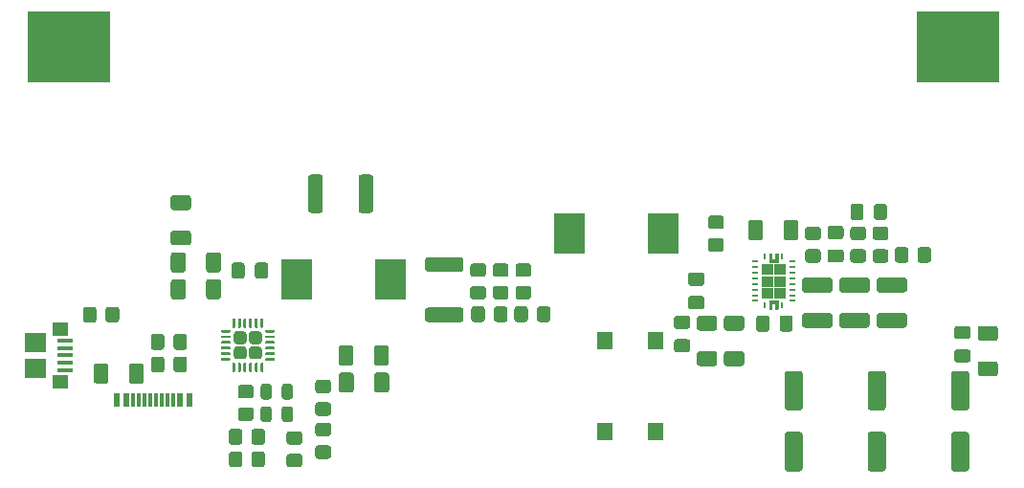
<source format=gbr>
%TF.GenerationSoftware,KiCad,Pcbnew,5.1.10-88a1d61d58~90~ubuntu20.04.1*%
%TF.CreationDate,2021-08-05T17:18:09+03:00*%
%TF.ProjectId,PiUPS,50695550-532e-46b6-9963-61645f706362,rev?*%
%TF.SameCoordinates,Original*%
%TF.FileFunction,Paste,Top*%
%TF.FilePolarity,Positive*%
%FSLAX46Y46*%
G04 Gerber Fmt 4.6, Leading zero omitted, Abs format (unit mm)*
G04 Created by KiCad (PCBNEW 5.1.10-88a1d61d58~90~ubuntu20.04.1) date 2021-08-05 17:18:09*
%MOMM*%
%LPD*%
G01*
G04 APERTURE LIST*
%ADD10C,0.010000*%
%ADD11R,0.600000X0.240000*%
%ADD12R,0.240000X0.600000*%
%ADD13R,1.400000X1.600000*%
%ADD14R,2.700000X3.600000*%
%ADD15R,1.450000X1.150000*%
%ADD16R,1.900000X1.750000*%
%ADD17R,1.400000X0.400000*%
%ADD18R,0.600000X1.160000*%
%ADD19R,0.300000X1.160000*%
%ADD20R,7.340000X6.350000*%
G04 APERTURE END LIST*
D10*
%TO.C,U3*%
G36*
X133275000Y-106450000D02*
G01*
X134195000Y-106450000D01*
X134195000Y-105600000D01*
X133275000Y-105600000D01*
X133275000Y-106450000D01*
G37*
X133275000Y-106450000D02*
X134195000Y-106450000D01*
X134195000Y-105600000D01*
X133275000Y-105600000D01*
X133275000Y-106450000D01*
G36*
X132155000Y-106450000D02*
G01*
X133075000Y-106450000D01*
X133075000Y-105600000D01*
X132155000Y-105600000D01*
X132155000Y-106450000D01*
G37*
X132155000Y-106450000D02*
X133075000Y-106450000D01*
X133075000Y-105600000D01*
X132155000Y-105600000D01*
X132155000Y-106450000D01*
G36*
X133275000Y-107500000D02*
G01*
X134195000Y-107500000D01*
X134195000Y-106650000D01*
X133275000Y-106650000D01*
X133275000Y-107500000D01*
G37*
X133275000Y-107500000D02*
X134195000Y-107500000D01*
X134195000Y-106650000D01*
X133275000Y-106650000D01*
X133275000Y-107500000D01*
G36*
X132155000Y-107500000D02*
G01*
X133075000Y-107500000D01*
X133075000Y-106650000D01*
X132155000Y-106650000D01*
X132155000Y-107500000D01*
G37*
X132155000Y-107500000D02*
X133075000Y-107500000D01*
X133075000Y-106650000D01*
X132155000Y-106650000D01*
X132155000Y-107500000D01*
G36*
X133275000Y-105400000D02*
G01*
X134195000Y-105400000D01*
X134195000Y-104550000D01*
X133275000Y-104550000D01*
X133275000Y-105400000D01*
G37*
X133275000Y-105400000D02*
X134195000Y-105400000D01*
X134195000Y-104550000D01*
X133275000Y-104550000D01*
X133275000Y-105400000D01*
G36*
X132155000Y-105400000D02*
G01*
X133075000Y-105400000D01*
X133075000Y-104550000D01*
X132155000Y-104550000D01*
X132155000Y-105400000D01*
G37*
X132155000Y-105400000D02*
X133075000Y-105400000D01*
X133075000Y-104550000D01*
X132155000Y-104550000D01*
X132155000Y-105400000D01*
G36*
X132800000Y-104350000D02*
G01*
X132800000Y-103625000D01*
X132800069Y-103622383D01*
X132800274Y-103619774D01*
X132800616Y-103617178D01*
X132801093Y-103614604D01*
X132801704Y-103612059D01*
X132802447Y-103609549D01*
X132803321Y-103607082D01*
X132804323Y-103604663D01*
X132805450Y-103602300D01*
X132806699Y-103600000D01*
X132808066Y-103597768D01*
X132809549Y-103595611D01*
X132811143Y-103593534D01*
X132812843Y-103591543D01*
X132814645Y-103589645D01*
X132816543Y-103587843D01*
X132818534Y-103586143D01*
X132820611Y-103584549D01*
X132822768Y-103583066D01*
X132825000Y-103581699D01*
X132827300Y-103580450D01*
X132829663Y-103579323D01*
X132832082Y-103578321D01*
X132834549Y-103577447D01*
X132837059Y-103576704D01*
X132839604Y-103576093D01*
X132842178Y-103575616D01*
X132844774Y-103575274D01*
X132847383Y-103575069D01*
X132850000Y-103575000D01*
X132950000Y-103575000D01*
X132952617Y-103575069D01*
X132955226Y-103575274D01*
X132957822Y-103575616D01*
X132960396Y-103576093D01*
X132962941Y-103576704D01*
X132965451Y-103577447D01*
X132967918Y-103578321D01*
X132970337Y-103579323D01*
X132972700Y-103580450D01*
X132975000Y-103581699D01*
X132977232Y-103583066D01*
X132979389Y-103584549D01*
X132981466Y-103586143D01*
X132983457Y-103587843D01*
X132985355Y-103589645D01*
X132987157Y-103591543D01*
X132988857Y-103593534D01*
X132990451Y-103595611D01*
X132991934Y-103597768D01*
X132993301Y-103600000D01*
X132994550Y-103602300D01*
X132995677Y-103604663D01*
X132996679Y-103607082D01*
X132997553Y-103609549D01*
X132998296Y-103612059D01*
X132998907Y-103614604D01*
X132999384Y-103617178D01*
X132999726Y-103619774D01*
X132999931Y-103622383D01*
X133000000Y-103625000D01*
X133000000Y-104100000D01*
X133350000Y-104100000D01*
X133350000Y-103625000D01*
X133350069Y-103622383D01*
X133350274Y-103619774D01*
X133350616Y-103617178D01*
X133351093Y-103614604D01*
X133351704Y-103612059D01*
X133352447Y-103609549D01*
X133353321Y-103607082D01*
X133354323Y-103604663D01*
X133355450Y-103602300D01*
X133356699Y-103600000D01*
X133358066Y-103597768D01*
X133359549Y-103595611D01*
X133361143Y-103593534D01*
X133362843Y-103591543D01*
X133364645Y-103589645D01*
X133366543Y-103587843D01*
X133368534Y-103586143D01*
X133370611Y-103584549D01*
X133372768Y-103583066D01*
X133375000Y-103581699D01*
X133377300Y-103580450D01*
X133379663Y-103579323D01*
X133382082Y-103578321D01*
X133384549Y-103577447D01*
X133387059Y-103576704D01*
X133389604Y-103576093D01*
X133392178Y-103575616D01*
X133394774Y-103575274D01*
X133397383Y-103575069D01*
X133400000Y-103575000D01*
X133500000Y-103575000D01*
X133502617Y-103575069D01*
X133505226Y-103575274D01*
X133507822Y-103575616D01*
X133510396Y-103576093D01*
X133512941Y-103576704D01*
X133515451Y-103577447D01*
X133517918Y-103578321D01*
X133520337Y-103579323D01*
X133522700Y-103580450D01*
X133525000Y-103581699D01*
X133527232Y-103583066D01*
X133529389Y-103584549D01*
X133531466Y-103586143D01*
X133533457Y-103587843D01*
X133535355Y-103589645D01*
X133537157Y-103591543D01*
X133538857Y-103593534D01*
X133540451Y-103595611D01*
X133541934Y-103597768D01*
X133543301Y-103600000D01*
X133544550Y-103602300D01*
X133545677Y-103604663D01*
X133546679Y-103607082D01*
X133547553Y-103609549D01*
X133548296Y-103612059D01*
X133548907Y-103614604D01*
X133549384Y-103617178D01*
X133549726Y-103619774D01*
X133549931Y-103622383D01*
X133550000Y-103625000D01*
X133550000Y-104350000D01*
X132800000Y-104350000D01*
G37*
X132800000Y-104350000D02*
X132800000Y-103625000D01*
X132800069Y-103622383D01*
X132800274Y-103619774D01*
X132800616Y-103617178D01*
X132801093Y-103614604D01*
X132801704Y-103612059D01*
X132802447Y-103609549D01*
X132803321Y-103607082D01*
X132804323Y-103604663D01*
X132805450Y-103602300D01*
X132806699Y-103600000D01*
X132808066Y-103597768D01*
X132809549Y-103595611D01*
X132811143Y-103593534D01*
X132812843Y-103591543D01*
X132814645Y-103589645D01*
X132816543Y-103587843D01*
X132818534Y-103586143D01*
X132820611Y-103584549D01*
X132822768Y-103583066D01*
X132825000Y-103581699D01*
X132827300Y-103580450D01*
X132829663Y-103579323D01*
X132832082Y-103578321D01*
X132834549Y-103577447D01*
X132837059Y-103576704D01*
X132839604Y-103576093D01*
X132842178Y-103575616D01*
X132844774Y-103575274D01*
X132847383Y-103575069D01*
X132850000Y-103575000D01*
X132950000Y-103575000D01*
X132952617Y-103575069D01*
X132955226Y-103575274D01*
X132957822Y-103575616D01*
X132960396Y-103576093D01*
X132962941Y-103576704D01*
X132965451Y-103577447D01*
X132967918Y-103578321D01*
X132970337Y-103579323D01*
X132972700Y-103580450D01*
X132975000Y-103581699D01*
X132977232Y-103583066D01*
X132979389Y-103584549D01*
X132981466Y-103586143D01*
X132983457Y-103587843D01*
X132985355Y-103589645D01*
X132987157Y-103591543D01*
X132988857Y-103593534D01*
X132990451Y-103595611D01*
X132991934Y-103597768D01*
X132993301Y-103600000D01*
X132994550Y-103602300D01*
X132995677Y-103604663D01*
X132996679Y-103607082D01*
X132997553Y-103609549D01*
X132998296Y-103612059D01*
X132998907Y-103614604D01*
X132999384Y-103617178D01*
X132999726Y-103619774D01*
X132999931Y-103622383D01*
X133000000Y-103625000D01*
X133000000Y-104100000D01*
X133350000Y-104100000D01*
X133350000Y-103625000D01*
X133350069Y-103622383D01*
X133350274Y-103619774D01*
X133350616Y-103617178D01*
X133351093Y-103614604D01*
X133351704Y-103612059D01*
X133352447Y-103609549D01*
X133353321Y-103607082D01*
X133354323Y-103604663D01*
X133355450Y-103602300D01*
X133356699Y-103600000D01*
X133358066Y-103597768D01*
X133359549Y-103595611D01*
X133361143Y-103593534D01*
X133362843Y-103591543D01*
X133364645Y-103589645D01*
X133366543Y-103587843D01*
X133368534Y-103586143D01*
X133370611Y-103584549D01*
X133372768Y-103583066D01*
X133375000Y-103581699D01*
X133377300Y-103580450D01*
X133379663Y-103579323D01*
X133382082Y-103578321D01*
X133384549Y-103577447D01*
X133387059Y-103576704D01*
X133389604Y-103576093D01*
X133392178Y-103575616D01*
X133394774Y-103575274D01*
X133397383Y-103575069D01*
X133400000Y-103575000D01*
X133500000Y-103575000D01*
X133502617Y-103575069D01*
X133505226Y-103575274D01*
X133507822Y-103575616D01*
X133510396Y-103576093D01*
X133512941Y-103576704D01*
X133515451Y-103577447D01*
X133517918Y-103578321D01*
X133520337Y-103579323D01*
X133522700Y-103580450D01*
X133525000Y-103581699D01*
X133527232Y-103583066D01*
X133529389Y-103584549D01*
X133531466Y-103586143D01*
X133533457Y-103587843D01*
X133535355Y-103589645D01*
X133537157Y-103591543D01*
X133538857Y-103593534D01*
X133540451Y-103595611D01*
X133541934Y-103597768D01*
X133543301Y-103600000D01*
X133544550Y-103602300D01*
X133545677Y-103604663D01*
X133546679Y-103607082D01*
X133547553Y-103609549D01*
X133548296Y-103612059D01*
X133548907Y-103614604D01*
X133549384Y-103617178D01*
X133549726Y-103619774D01*
X133549931Y-103622383D01*
X133550000Y-103625000D01*
X133550000Y-104350000D01*
X132800000Y-104350000D01*
G36*
X133550000Y-107700000D02*
G01*
X133550000Y-108425000D01*
X133549931Y-108427617D01*
X133549726Y-108430226D01*
X133549384Y-108432822D01*
X133548907Y-108435396D01*
X133548296Y-108437941D01*
X133547553Y-108440451D01*
X133546679Y-108442918D01*
X133545677Y-108445337D01*
X133544550Y-108447700D01*
X133543301Y-108450000D01*
X133541934Y-108452232D01*
X133540451Y-108454389D01*
X133538857Y-108456466D01*
X133537157Y-108458457D01*
X133535355Y-108460355D01*
X133533457Y-108462157D01*
X133531466Y-108463857D01*
X133529389Y-108465451D01*
X133527232Y-108466934D01*
X133525000Y-108468301D01*
X133522700Y-108469550D01*
X133520337Y-108470677D01*
X133517918Y-108471679D01*
X133515451Y-108472553D01*
X133512941Y-108473296D01*
X133510396Y-108473907D01*
X133507822Y-108474384D01*
X133505226Y-108474726D01*
X133502617Y-108474931D01*
X133500000Y-108475000D01*
X133400000Y-108475000D01*
X133397383Y-108474931D01*
X133394774Y-108474726D01*
X133392178Y-108474384D01*
X133389604Y-108473907D01*
X133387059Y-108473296D01*
X133384549Y-108472553D01*
X133382082Y-108471679D01*
X133379663Y-108470677D01*
X133377300Y-108469550D01*
X133375000Y-108468301D01*
X133372768Y-108466934D01*
X133370611Y-108465451D01*
X133368534Y-108463857D01*
X133366543Y-108462157D01*
X133364645Y-108460355D01*
X133362843Y-108458457D01*
X133361143Y-108456466D01*
X133359549Y-108454389D01*
X133358066Y-108452232D01*
X133356699Y-108450000D01*
X133355450Y-108447700D01*
X133354323Y-108445337D01*
X133353321Y-108442918D01*
X133352447Y-108440451D01*
X133351704Y-108437941D01*
X133351093Y-108435396D01*
X133350616Y-108432822D01*
X133350274Y-108430226D01*
X133350069Y-108427617D01*
X133350000Y-108425000D01*
X133350000Y-107950000D01*
X133000000Y-107950000D01*
X133000000Y-108425000D01*
X132999931Y-108427617D01*
X132999726Y-108430226D01*
X132999384Y-108432822D01*
X132998907Y-108435396D01*
X132998296Y-108437941D01*
X132997553Y-108440451D01*
X132996679Y-108442918D01*
X132995677Y-108445337D01*
X132994550Y-108447700D01*
X132993301Y-108450000D01*
X132991934Y-108452232D01*
X132990451Y-108454389D01*
X132988857Y-108456466D01*
X132987157Y-108458457D01*
X132985355Y-108460355D01*
X132983457Y-108462157D01*
X132981466Y-108463857D01*
X132979389Y-108465451D01*
X132977232Y-108466934D01*
X132975000Y-108468301D01*
X132972700Y-108469550D01*
X132970337Y-108470677D01*
X132967918Y-108471679D01*
X132965451Y-108472553D01*
X132962941Y-108473296D01*
X132960396Y-108473907D01*
X132957822Y-108474384D01*
X132955226Y-108474726D01*
X132952617Y-108474931D01*
X132950000Y-108475000D01*
X132850000Y-108475000D01*
X132847383Y-108474931D01*
X132844774Y-108474726D01*
X132842178Y-108474384D01*
X132839604Y-108473907D01*
X132837059Y-108473296D01*
X132834549Y-108472553D01*
X132832082Y-108471679D01*
X132829663Y-108470677D01*
X132827300Y-108469550D01*
X132825000Y-108468301D01*
X132822768Y-108466934D01*
X132820611Y-108465451D01*
X132818534Y-108463857D01*
X132816543Y-108462157D01*
X132814645Y-108460355D01*
X132812843Y-108458457D01*
X132811143Y-108456466D01*
X132809549Y-108454389D01*
X132808066Y-108452232D01*
X132806699Y-108450000D01*
X132805450Y-108447700D01*
X132804323Y-108445337D01*
X132803321Y-108442918D01*
X132802447Y-108440451D01*
X132801704Y-108437941D01*
X132801093Y-108435396D01*
X132800616Y-108432822D01*
X132800274Y-108430226D01*
X132800069Y-108427617D01*
X132800000Y-108425000D01*
X132800000Y-107700000D01*
X133550000Y-107700000D01*
G37*
X133550000Y-107700000D02*
X133550000Y-108425000D01*
X133549931Y-108427617D01*
X133549726Y-108430226D01*
X133549384Y-108432822D01*
X133548907Y-108435396D01*
X133548296Y-108437941D01*
X133547553Y-108440451D01*
X133546679Y-108442918D01*
X133545677Y-108445337D01*
X133544550Y-108447700D01*
X133543301Y-108450000D01*
X133541934Y-108452232D01*
X133540451Y-108454389D01*
X133538857Y-108456466D01*
X133537157Y-108458457D01*
X133535355Y-108460355D01*
X133533457Y-108462157D01*
X133531466Y-108463857D01*
X133529389Y-108465451D01*
X133527232Y-108466934D01*
X133525000Y-108468301D01*
X133522700Y-108469550D01*
X133520337Y-108470677D01*
X133517918Y-108471679D01*
X133515451Y-108472553D01*
X133512941Y-108473296D01*
X133510396Y-108473907D01*
X133507822Y-108474384D01*
X133505226Y-108474726D01*
X133502617Y-108474931D01*
X133500000Y-108475000D01*
X133400000Y-108475000D01*
X133397383Y-108474931D01*
X133394774Y-108474726D01*
X133392178Y-108474384D01*
X133389604Y-108473907D01*
X133387059Y-108473296D01*
X133384549Y-108472553D01*
X133382082Y-108471679D01*
X133379663Y-108470677D01*
X133377300Y-108469550D01*
X133375000Y-108468301D01*
X133372768Y-108466934D01*
X133370611Y-108465451D01*
X133368534Y-108463857D01*
X133366543Y-108462157D01*
X133364645Y-108460355D01*
X133362843Y-108458457D01*
X133361143Y-108456466D01*
X133359549Y-108454389D01*
X133358066Y-108452232D01*
X133356699Y-108450000D01*
X133355450Y-108447700D01*
X133354323Y-108445337D01*
X133353321Y-108442918D01*
X133352447Y-108440451D01*
X133351704Y-108437941D01*
X133351093Y-108435396D01*
X133350616Y-108432822D01*
X133350274Y-108430226D01*
X133350069Y-108427617D01*
X133350000Y-108425000D01*
X133350000Y-107950000D01*
X133000000Y-107950000D01*
X133000000Y-108425000D01*
X132999931Y-108427617D01*
X132999726Y-108430226D01*
X132999384Y-108432822D01*
X132998907Y-108435396D01*
X132998296Y-108437941D01*
X132997553Y-108440451D01*
X132996679Y-108442918D01*
X132995677Y-108445337D01*
X132994550Y-108447700D01*
X132993301Y-108450000D01*
X132991934Y-108452232D01*
X132990451Y-108454389D01*
X132988857Y-108456466D01*
X132987157Y-108458457D01*
X132985355Y-108460355D01*
X132983457Y-108462157D01*
X132981466Y-108463857D01*
X132979389Y-108465451D01*
X132977232Y-108466934D01*
X132975000Y-108468301D01*
X132972700Y-108469550D01*
X132970337Y-108470677D01*
X132967918Y-108471679D01*
X132965451Y-108472553D01*
X132962941Y-108473296D01*
X132960396Y-108473907D01*
X132957822Y-108474384D01*
X132955226Y-108474726D01*
X132952617Y-108474931D01*
X132950000Y-108475000D01*
X132850000Y-108475000D01*
X132847383Y-108474931D01*
X132844774Y-108474726D01*
X132842178Y-108474384D01*
X132839604Y-108473907D01*
X132837059Y-108473296D01*
X132834549Y-108472553D01*
X132832082Y-108471679D01*
X132829663Y-108470677D01*
X132827300Y-108469550D01*
X132825000Y-108468301D01*
X132822768Y-108466934D01*
X132820611Y-108465451D01*
X132818534Y-108463857D01*
X132816543Y-108462157D01*
X132814645Y-108460355D01*
X132812843Y-108458457D01*
X132811143Y-108456466D01*
X132809549Y-108454389D01*
X132808066Y-108452232D01*
X132806699Y-108450000D01*
X132805450Y-108447700D01*
X132804323Y-108445337D01*
X132803321Y-108442918D01*
X132802447Y-108440451D01*
X132801704Y-108437941D01*
X132801093Y-108435396D01*
X132800616Y-108432822D01*
X132800274Y-108430226D01*
X132800069Y-108427617D01*
X132800000Y-108425000D01*
X132800000Y-107700000D01*
X133550000Y-107700000D01*
%TD*%
%TO.C,C23*%
G36*
G01*
X150250000Y-117460000D02*
X149150000Y-117460000D01*
G75*
G02*
X148900000Y-117210000I0J250000D01*
G01*
X148900000Y-114210000D01*
G75*
G02*
X149150000Y-113960000I250000J0D01*
G01*
X150250000Y-113960000D01*
G75*
G02*
X150500000Y-114210000I0J-250000D01*
G01*
X150500000Y-117210000D01*
G75*
G02*
X150250000Y-117460000I-250000J0D01*
G01*
G37*
G36*
G01*
X150250000Y-122860000D02*
X149150000Y-122860000D01*
G75*
G02*
X148900000Y-122610000I0J250000D01*
G01*
X148900000Y-119610000D01*
G75*
G02*
X149150000Y-119360000I250000J0D01*
G01*
X150250000Y-119360000D01*
G75*
G02*
X150500000Y-119610000I0J-250000D01*
G01*
X150500000Y-122610000D01*
G75*
G02*
X150250000Y-122860000I-250000J0D01*
G01*
G37*
%TD*%
%TO.C,C22*%
G36*
G01*
X135520000Y-117460000D02*
X134420000Y-117460000D01*
G75*
G02*
X134170000Y-117210000I0J250000D01*
G01*
X134170000Y-114210000D01*
G75*
G02*
X134420000Y-113960000I250000J0D01*
G01*
X135520000Y-113960000D01*
G75*
G02*
X135770000Y-114210000I0J-250000D01*
G01*
X135770000Y-117210000D01*
G75*
G02*
X135520000Y-117460000I-250000J0D01*
G01*
G37*
G36*
G01*
X135520000Y-122860000D02*
X134420000Y-122860000D01*
G75*
G02*
X134170000Y-122610000I0J250000D01*
G01*
X134170000Y-119610000D01*
G75*
G02*
X134420000Y-119360000I250000J0D01*
G01*
X135520000Y-119360000D01*
G75*
G02*
X135770000Y-119610000I0J-250000D01*
G01*
X135770000Y-122610000D01*
G75*
G02*
X135520000Y-122860000I-250000J0D01*
G01*
G37*
%TD*%
%TO.C,C21*%
G36*
G01*
X142870000Y-117460000D02*
X141770000Y-117460000D01*
G75*
G02*
X141520000Y-117210000I0J250000D01*
G01*
X141520000Y-114210000D01*
G75*
G02*
X141770000Y-113960000I250000J0D01*
G01*
X142870000Y-113960000D01*
G75*
G02*
X143120000Y-114210000I0J-250000D01*
G01*
X143120000Y-117210000D01*
G75*
G02*
X142870000Y-117460000I-250000J0D01*
G01*
G37*
G36*
G01*
X142870000Y-122860000D02*
X141770000Y-122860000D01*
G75*
G02*
X141520000Y-122610000I0J250000D01*
G01*
X141520000Y-119610000D01*
G75*
G02*
X141770000Y-119360000I250000J0D01*
G01*
X142870000Y-119360000D01*
G75*
G02*
X143120000Y-119610000I0J-250000D01*
G01*
X143120000Y-122610000D01*
G75*
G02*
X142870000Y-122860000I-250000J0D01*
G01*
G37*
%TD*%
%TO.C,C7*%
G36*
G01*
X144750001Y-107037500D02*
X142549999Y-107037500D01*
G75*
G02*
X142300000Y-106787501I0J249999D01*
G01*
X142300000Y-105962499D01*
G75*
G02*
X142549999Y-105712500I249999J0D01*
G01*
X144750001Y-105712500D01*
G75*
G02*
X145000000Y-105962499I0J-249999D01*
G01*
X145000000Y-106787501D01*
G75*
G02*
X144750001Y-107037500I-249999J0D01*
G01*
G37*
G36*
G01*
X144750001Y-110162500D02*
X142549999Y-110162500D01*
G75*
G02*
X142300000Y-109912501I0J249999D01*
G01*
X142300000Y-109087499D01*
G75*
G02*
X142549999Y-108837500I249999J0D01*
G01*
X144750001Y-108837500D01*
G75*
G02*
X145000000Y-109087499I0J-249999D01*
G01*
X145000000Y-109912501D01*
G75*
G02*
X144750001Y-110162500I-249999J0D01*
G01*
G37*
%TD*%
%TO.C,C6*%
G36*
G01*
X141450001Y-107037500D02*
X139249999Y-107037500D01*
G75*
G02*
X139000000Y-106787501I0J249999D01*
G01*
X139000000Y-105962499D01*
G75*
G02*
X139249999Y-105712500I249999J0D01*
G01*
X141450001Y-105712500D01*
G75*
G02*
X141700000Y-105962499I0J-249999D01*
G01*
X141700000Y-106787501D01*
G75*
G02*
X141450001Y-107037500I-249999J0D01*
G01*
G37*
G36*
G01*
X141450001Y-110162500D02*
X139249999Y-110162500D01*
G75*
G02*
X139000000Y-109912501I0J249999D01*
G01*
X139000000Y-109087499D01*
G75*
G02*
X139249999Y-108837500I249999J0D01*
G01*
X141450001Y-108837500D01*
G75*
G02*
X141700000Y-109087499I0J-249999D01*
G01*
X141700000Y-109912501D01*
G75*
G02*
X141450001Y-110162500I-249999J0D01*
G01*
G37*
%TD*%
%TO.C,C5*%
G36*
G01*
X138165001Y-107037500D02*
X135964999Y-107037500D01*
G75*
G02*
X135715000Y-106787501I0J249999D01*
G01*
X135715000Y-105962499D01*
G75*
G02*
X135964999Y-105712500I249999J0D01*
G01*
X138165001Y-105712500D01*
G75*
G02*
X138415000Y-105962499I0J-249999D01*
G01*
X138415000Y-106787501D01*
G75*
G02*
X138165001Y-107037500I-249999J0D01*
G01*
G37*
G36*
G01*
X138165001Y-110162500D02*
X135964999Y-110162500D01*
G75*
G02*
X135715000Y-109912501I0J249999D01*
G01*
X135715000Y-109087499D01*
G75*
G02*
X135964999Y-108837500I249999J0D01*
G01*
X138165001Y-108837500D01*
G75*
G02*
X138415000Y-109087499I0J-249999D01*
G01*
X138415000Y-109912501D01*
G75*
G02*
X138165001Y-110162500I-249999J0D01*
G01*
G37*
%TD*%
D11*
%TO.C,U3*%
X134825000Y-104275000D03*
X134825000Y-104775000D03*
X134825000Y-105275000D03*
X134825000Y-107775000D03*
X134825000Y-107275000D03*
X134825000Y-106775000D03*
X134825000Y-106275000D03*
X134825000Y-105775000D03*
X131525000Y-104275000D03*
X131525000Y-104775000D03*
X131525000Y-105275000D03*
X131525000Y-107775000D03*
X131525000Y-107275000D03*
X131525000Y-106775000D03*
X131525000Y-106275000D03*
X131525000Y-105775000D03*
D12*
X133925000Y-108175000D03*
X132425000Y-108175000D03*
X133925000Y-103875000D03*
X132425000Y-103875000D03*
%TD*%
%TO.C,U2*%
G36*
G01*
X86785000Y-112690000D02*
X86785000Y-112060000D01*
G75*
G02*
X87035000Y-111810000I250000J0D01*
G01*
X87665000Y-111810000D01*
G75*
G02*
X87915000Y-112060000I0J-250000D01*
G01*
X87915000Y-112690000D01*
G75*
G02*
X87665000Y-112940000I-250000J0D01*
G01*
X87035000Y-112940000D01*
G75*
G02*
X86785000Y-112690000I0J250000D01*
G01*
G37*
G36*
G01*
X86785000Y-111340000D02*
X86785000Y-110710000D01*
G75*
G02*
X87035000Y-110460000I250000J0D01*
G01*
X87665000Y-110460000D01*
G75*
G02*
X87915000Y-110710000I0J-250000D01*
G01*
X87915000Y-111340000D01*
G75*
G02*
X87665000Y-111590000I-250000J0D01*
G01*
X87035000Y-111590000D01*
G75*
G02*
X86785000Y-111340000I0J250000D01*
G01*
G37*
G36*
G01*
X85435000Y-112690000D02*
X85435000Y-112060000D01*
G75*
G02*
X85685000Y-111810000I250000J0D01*
G01*
X86315000Y-111810000D01*
G75*
G02*
X86565000Y-112060000I0J-250000D01*
G01*
X86565000Y-112690000D01*
G75*
G02*
X86315000Y-112940000I-250000J0D01*
G01*
X85685000Y-112940000D01*
G75*
G02*
X85435000Y-112690000I0J250000D01*
G01*
G37*
G36*
G01*
X85435000Y-111340000D02*
X85435000Y-110710000D01*
G75*
G02*
X85685000Y-110460000I250000J0D01*
G01*
X86315000Y-110460000D01*
G75*
G02*
X86565000Y-110710000I0J-250000D01*
G01*
X86565000Y-111340000D01*
G75*
G02*
X86315000Y-111590000I-250000J0D01*
G01*
X85685000Y-111590000D01*
G75*
G02*
X85435000Y-111340000I0J250000D01*
G01*
G37*
G36*
G01*
X85300000Y-110087500D02*
X85300000Y-109387500D01*
G75*
G02*
X85362500Y-109325000I62500J0D01*
G01*
X85487500Y-109325000D01*
G75*
G02*
X85550000Y-109387500I0J-62500D01*
G01*
X85550000Y-110087500D01*
G75*
G02*
X85487500Y-110150000I-62500J0D01*
G01*
X85362500Y-110150000D01*
G75*
G02*
X85300000Y-110087500I0J62500D01*
G01*
G37*
G36*
G01*
X85800000Y-110087500D02*
X85800000Y-109387500D01*
G75*
G02*
X85862500Y-109325000I62500J0D01*
G01*
X85987500Y-109325000D01*
G75*
G02*
X86050000Y-109387500I0J-62500D01*
G01*
X86050000Y-110087500D01*
G75*
G02*
X85987500Y-110150000I-62500J0D01*
G01*
X85862500Y-110150000D01*
G75*
G02*
X85800000Y-110087500I0J62500D01*
G01*
G37*
G36*
G01*
X86300000Y-110087500D02*
X86300000Y-109387500D01*
G75*
G02*
X86362500Y-109325000I62500J0D01*
G01*
X86487500Y-109325000D01*
G75*
G02*
X86550000Y-109387500I0J-62500D01*
G01*
X86550000Y-110087500D01*
G75*
G02*
X86487500Y-110150000I-62500J0D01*
G01*
X86362500Y-110150000D01*
G75*
G02*
X86300000Y-110087500I0J62500D01*
G01*
G37*
G36*
G01*
X86800000Y-110087500D02*
X86800000Y-109387500D01*
G75*
G02*
X86862500Y-109325000I62500J0D01*
G01*
X86987500Y-109325000D01*
G75*
G02*
X87050000Y-109387500I0J-62500D01*
G01*
X87050000Y-110087500D01*
G75*
G02*
X86987500Y-110150000I-62500J0D01*
G01*
X86862500Y-110150000D01*
G75*
G02*
X86800000Y-110087500I0J62500D01*
G01*
G37*
G36*
G01*
X87300000Y-110087500D02*
X87300000Y-109387500D01*
G75*
G02*
X87362500Y-109325000I62500J0D01*
G01*
X87487500Y-109325000D01*
G75*
G02*
X87550000Y-109387500I0J-62500D01*
G01*
X87550000Y-110087500D01*
G75*
G02*
X87487500Y-110150000I-62500J0D01*
G01*
X87362500Y-110150000D01*
G75*
G02*
X87300000Y-110087500I0J62500D01*
G01*
G37*
G36*
G01*
X87800000Y-110087500D02*
X87800000Y-109387500D01*
G75*
G02*
X87862500Y-109325000I62500J0D01*
G01*
X87987500Y-109325000D01*
G75*
G02*
X88050000Y-109387500I0J-62500D01*
G01*
X88050000Y-110087500D01*
G75*
G02*
X87987500Y-110150000I-62500J0D01*
G01*
X87862500Y-110150000D01*
G75*
G02*
X87800000Y-110087500I0J62500D01*
G01*
G37*
G36*
G01*
X88225000Y-110512500D02*
X88225000Y-110387500D01*
G75*
G02*
X88287500Y-110325000I62500J0D01*
G01*
X88987500Y-110325000D01*
G75*
G02*
X89050000Y-110387500I0J-62500D01*
G01*
X89050000Y-110512500D01*
G75*
G02*
X88987500Y-110575000I-62500J0D01*
G01*
X88287500Y-110575000D01*
G75*
G02*
X88225000Y-110512500I0J62500D01*
G01*
G37*
G36*
G01*
X88225000Y-111012500D02*
X88225000Y-110887500D01*
G75*
G02*
X88287500Y-110825000I62500J0D01*
G01*
X88987500Y-110825000D01*
G75*
G02*
X89050000Y-110887500I0J-62500D01*
G01*
X89050000Y-111012500D01*
G75*
G02*
X88987500Y-111075000I-62500J0D01*
G01*
X88287500Y-111075000D01*
G75*
G02*
X88225000Y-111012500I0J62500D01*
G01*
G37*
G36*
G01*
X88225000Y-111512500D02*
X88225000Y-111387500D01*
G75*
G02*
X88287500Y-111325000I62500J0D01*
G01*
X88987500Y-111325000D01*
G75*
G02*
X89050000Y-111387500I0J-62500D01*
G01*
X89050000Y-111512500D01*
G75*
G02*
X88987500Y-111575000I-62500J0D01*
G01*
X88287500Y-111575000D01*
G75*
G02*
X88225000Y-111512500I0J62500D01*
G01*
G37*
G36*
G01*
X88225000Y-112012500D02*
X88225000Y-111887500D01*
G75*
G02*
X88287500Y-111825000I62500J0D01*
G01*
X88987500Y-111825000D01*
G75*
G02*
X89050000Y-111887500I0J-62500D01*
G01*
X89050000Y-112012500D01*
G75*
G02*
X88987500Y-112075000I-62500J0D01*
G01*
X88287500Y-112075000D01*
G75*
G02*
X88225000Y-112012500I0J62500D01*
G01*
G37*
G36*
G01*
X88225000Y-112512500D02*
X88225000Y-112387500D01*
G75*
G02*
X88287500Y-112325000I62500J0D01*
G01*
X88987500Y-112325000D01*
G75*
G02*
X89050000Y-112387500I0J-62500D01*
G01*
X89050000Y-112512500D01*
G75*
G02*
X88987500Y-112575000I-62500J0D01*
G01*
X88287500Y-112575000D01*
G75*
G02*
X88225000Y-112512500I0J62500D01*
G01*
G37*
G36*
G01*
X88225000Y-113012500D02*
X88225000Y-112887500D01*
G75*
G02*
X88287500Y-112825000I62500J0D01*
G01*
X88987500Y-112825000D01*
G75*
G02*
X89050000Y-112887500I0J-62500D01*
G01*
X89050000Y-113012500D01*
G75*
G02*
X88987500Y-113075000I-62500J0D01*
G01*
X88287500Y-113075000D01*
G75*
G02*
X88225000Y-113012500I0J62500D01*
G01*
G37*
G36*
G01*
X87800000Y-114012500D02*
X87800000Y-113312500D01*
G75*
G02*
X87862500Y-113250000I62500J0D01*
G01*
X87987500Y-113250000D01*
G75*
G02*
X88050000Y-113312500I0J-62500D01*
G01*
X88050000Y-114012500D01*
G75*
G02*
X87987500Y-114075000I-62500J0D01*
G01*
X87862500Y-114075000D01*
G75*
G02*
X87800000Y-114012500I0J62500D01*
G01*
G37*
G36*
G01*
X87300000Y-114012500D02*
X87300000Y-113312500D01*
G75*
G02*
X87362500Y-113250000I62500J0D01*
G01*
X87487500Y-113250000D01*
G75*
G02*
X87550000Y-113312500I0J-62500D01*
G01*
X87550000Y-114012500D01*
G75*
G02*
X87487500Y-114075000I-62500J0D01*
G01*
X87362500Y-114075000D01*
G75*
G02*
X87300000Y-114012500I0J62500D01*
G01*
G37*
G36*
G01*
X86800000Y-114012500D02*
X86800000Y-113312500D01*
G75*
G02*
X86862500Y-113250000I62500J0D01*
G01*
X86987500Y-113250000D01*
G75*
G02*
X87050000Y-113312500I0J-62500D01*
G01*
X87050000Y-114012500D01*
G75*
G02*
X86987500Y-114075000I-62500J0D01*
G01*
X86862500Y-114075000D01*
G75*
G02*
X86800000Y-114012500I0J62500D01*
G01*
G37*
G36*
G01*
X86300000Y-114012500D02*
X86300000Y-113312500D01*
G75*
G02*
X86362500Y-113250000I62500J0D01*
G01*
X86487500Y-113250000D01*
G75*
G02*
X86550000Y-113312500I0J-62500D01*
G01*
X86550000Y-114012500D01*
G75*
G02*
X86487500Y-114075000I-62500J0D01*
G01*
X86362500Y-114075000D01*
G75*
G02*
X86300000Y-114012500I0J62500D01*
G01*
G37*
G36*
G01*
X85800000Y-114012500D02*
X85800000Y-113312500D01*
G75*
G02*
X85862500Y-113250000I62500J0D01*
G01*
X85987500Y-113250000D01*
G75*
G02*
X86050000Y-113312500I0J-62500D01*
G01*
X86050000Y-114012500D01*
G75*
G02*
X85987500Y-114075000I-62500J0D01*
G01*
X85862500Y-114075000D01*
G75*
G02*
X85800000Y-114012500I0J62500D01*
G01*
G37*
G36*
G01*
X85300000Y-114012500D02*
X85300000Y-113312500D01*
G75*
G02*
X85362500Y-113250000I62500J0D01*
G01*
X85487500Y-113250000D01*
G75*
G02*
X85550000Y-113312500I0J-62500D01*
G01*
X85550000Y-114012500D01*
G75*
G02*
X85487500Y-114075000I-62500J0D01*
G01*
X85362500Y-114075000D01*
G75*
G02*
X85300000Y-114012500I0J62500D01*
G01*
G37*
G36*
G01*
X84300000Y-113012500D02*
X84300000Y-112887500D01*
G75*
G02*
X84362500Y-112825000I62500J0D01*
G01*
X85062500Y-112825000D01*
G75*
G02*
X85125000Y-112887500I0J-62500D01*
G01*
X85125000Y-113012500D01*
G75*
G02*
X85062500Y-113075000I-62500J0D01*
G01*
X84362500Y-113075000D01*
G75*
G02*
X84300000Y-113012500I0J62500D01*
G01*
G37*
G36*
G01*
X84300000Y-112512500D02*
X84300000Y-112387500D01*
G75*
G02*
X84362500Y-112325000I62500J0D01*
G01*
X85062500Y-112325000D01*
G75*
G02*
X85125000Y-112387500I0J-62500D01*
G01*
X85125000Y-112512500D01*
G75*
G02*
X85062500Y-112575000I-62500J0D01*
G01*
X84362500Y-112575000D01*
G75*
G02*
X84300000Y-112512500I0J62500D01*
G01*
G37*
G36*
G01*
X84300000Y-112012500D02*
X84300000Y-111887500D01*
G75*
G02*
X84362500Y-111825000I62500J0D01*
G01*
X85062500Y-111825000D01*
G75*
G02*
X85125000Y-111887500I0J-62500D01*
G01*
X85125000Y-112012500D01*
G75*
G02*
X85062500Y-112075000I-62500J0D01*
G01*
X84362500Y-112075000D01*
G75*
G02*
X84300000Y-112012500I0J62500D01*
G01*
G37*
G36*
G01*
X84300000Y-111512500D02*
X84300000Y-111387500D01*
G75*
G02*
X84362500Y-111325000I62500J0D01*
G01*
X85062500Y-111325000D01*
G75*
G02*
X85125000Y-111387500I0J-62500D01*
G01*
X85125000Y-111512500D01*
G75*
G02*
X85062500Y-111575000I-62500J0D01*
G01*
X84362500Y-111575000D01*
G75*
G02*
X84300000Y-111512500I0J62500D01*
G01*
G37*
G36*
G01*
X84300000Y-111012500D02*
X84300000Y-110887500D01*
G75*
G02*
X84362500Y-110825000I62500J0D01*
G01*
X85062500Y-110825000D01*
G75*
G02*
X85125000Y-110887500I0J-62500D01*
G01*
X85125000Y-111012500D01*
G75*
G02*
X85062500Y-111075000I-62500J0D01*
G01*
X84362500Y-111075000D01*
G75*
G02*
X84300000Y-111012500I0J62500D01*
G01*
G37*
G36*
G01*
X84300000Y-110512500D02*
X84300000Y-110387500D01*
G75*
G02*
X84362500Y-110325000I62500J0D01*
G01*
X85062500Y-110325000D01*
G75*
G02*
X85125000Y-110387500I0J-62500D01*
G01*
X85125000Y-110512500D01*
G75*
G02*
X85062500Y-110575000I-62500J0D01*
G01*
X84362500Y-110575000D01*
G75*
G02*
X84300000Y-110512500I0J62500D01*
G01*
G37*
%TD*%
D13*
%TO.C,SW2*%
X118275000Y-111325000D03*
X118275000Y-119325000D03*
X122775000Y-111325000D03*
X122775000Y-119325000D03*
%TD*%
%TO.C,R21*%
G36*
G01*
X107500001Y-105650000D02*
X106599999Y-105650000D01*
G75*
G02*
X106350000Y-105400001I0J249999D01*
G01*
X106350000Y-104699999D01*
G75*
G02*
X106599999Y-104450000I249999J0D01*
G01*
X107500001Y-104450000D01*
G75*
G02*
X107750000Y-104699999I0J-249999D01*
G01*
X107750000Y-105400001D01*
G75*
G02*
X107500001Y-105650000I-249999J0D01*
G01*
G37*
G36*
G01*
X107500001Y-107650000D02*
X106599999Y-107650000D01*
G75*
G02*
X106350000Y-107400001I0J249999D01*
G01*
X106350000Y-106699999D01*
G75*
G02*
X106599999Y-106450000I249999J0D01*
G01*
X107500001Y-106450000D01*
G75*
G02*
X107750000Y-106699999I0J-249999D01*
G01*
X107750000Y-107400001D01*
G75*
G02*
X107500001Y-107650000I-249999J0D01*
G01*
G37*
%TD*%
%TO.C,R19*%
G36*
G01*
X108599999Y-106450000D02*
X109500001Y-106450000D01*
G75*
G02*
X109750000Y-106699999I0J-249999D01*
G01*
X109750000Y-107400001D01*
G75*
G02*
X109500001Y-107650000I-249999J0D01*
G01*
X108599999Y-107650000D01*
G75*
G02*
X108350000Y-107400001I0J249999D01*
G01*
X108350000Y-106699999D01*
G75*
G02*
X108599999Y-106450000I249999J0D01*
G01*
G37*
G36*
G01*
X108599999Y-104450000D02*
X109500001Y-104450000D01*
G75*
G02*
X109750000Y-104699999I0J-249999D01*
G01*
X109750000Y-105400001D01*
G75*
G02*
X109500001Y-105650000I-249999J0D01*
G01*
X108599999Y-105650000D01*
G75*
G02*
X108350000Y-105400001I0J249999D01*
G01*
X108350000Y-104699999D01*
G75*
G02*
X108599999Y-104450000I249999J0D01*
G01*
G37*
%TD*%
%TO.C,R26*%
G36*
G01*
X110599999Y-106450000D02*
X111500001Y-106450000D01*
G75*
G02*
X111750000Y-106699999I0J-249999D01*
G01*
X111750000Y-107400001D01*
G75*
G02*
X111500001Y-107650000I-249999J0D01*
G01*
X110599999Y-107650000D01*
G75*
G02*
X110350000Y-107400001I0J249999D01*
G01*
X110350000Y-106699999D01*
G75*
G02*
X110599999Y-106450000I249999J0D01*
G01*
G37*
G36*
G01*
X110599999Y-104450000D02*
X111500001Y-104450000D01*
G75*
G02*
X111750000Y-104699999I0J-249999D01*
G01*
X111750000Y-105400001D01*
G75*
G02*
X111500001Y-105650000I-249999J0D01*
G01*
X110599999Y-105650000D01*
G75*
G02*
X110350000Y-105400001I0J249999D01*
G01*
X110350000Y-104699999D01*
G75*
G02*
X110599999Y-104450000I249999J0D01*
G01*
G37*
%TD*%
%TO.C,R16*%
G36*
G01*
X112250000Y-109400001D02*
X112250000Y-108499999D01*
G75*
G02*
X112499999Y-108250000I249999J0D01*
G01*
X113200001Y-108250000D01*
G75*
G02*
X113450000Y-108499999I0J-249999D01*
G01*
X113450000Y-109400001D01*
G75*
G02*
X113200001Y-109650000I-249999J0D01*
G01*
X112499999Y-109650000D01*
G75*
G02*
X112250000Y-109400001I0J249999D01*
G01*
G37*
G36*
G01*
X110250000Y-109400001D02*
X110250000Y-108499999D01*
G75*
G02*
X110499999Y-108250000I249999J0D01*
G01*
X111200001Y-108250000D01*
G75*
G02*
X111450000Y-108499999I0J-249999D01*
G01*
X111450000Y-109400001D01*
G75*
G02*
X111200001Y-109650000I-249999J0D01*
G01*
X110499999Y-109650000D01*
G75*
G02*
X110250000Y-109400001I0J249999D01*
G01*
G37*
%TD*%
%TO.C,R20*%
G36*
G01*
X107650000Y-108499999D02*
X107650000Y-109400001D01*
G75*
G02*
X107400001Y-109650000I-249999J0D01*
G01*
X106699999Y-109650000D01*
G75*
G02*
X106450000Y-109400001I0J249999D01*
G01*
X106450000Y-108499999D01*
G75*
G02*
X106699999Y-108250000I249999J0D01*
G01*
X107400001Y-108250000D01*
G75*
G02*
X107650000Y-108499999I0J-249999D01*
G01*
G37*
G36*
G01*
X109650000Y-108499999D02*
X109650000Y-109400001D01*
G75*
G02*
X109400001Y-109650000I-249999J0D01*
G01*
X108699999Y-109650000D01*
G75*
G02*
X108450000Y-109400001I0J249999D01*
G01*
X108450000Y-108499999D01*
G75*
G02*
X108699999Y-108250000I249999J0D01*
G01*
X109400001Y-108250000D01*
G75*
G02*
X109650000Y-108499999I0J-249999D01*
G01*
G37*
%TD*%
%TO.C,R24*%
G36*
G01*
X140224999Y-103200000D02*
X141125001Y-103200000D01*
G75*
G02*
X141375000Y-103449999I0J-249999D01*
G01*
X141375000Y-104150001D01*
G75*
G02*
X141125001Y-104400000I-249999J0D01*
G01*
X140224999Y-104400000D01*
G75*
G02*
X139975000Y-104150001I0J249999D01*
G01*
X139975000Y-103449999D01*
G75*
G02*
X140224999Y-103200000I249999J0D01*
G01*
G37*
G36*
G01*
X140224999Y-101200000D02*
X141125001Y-101200000D01*
G75*
G02*
X141375000Y-101449999I0J-249999D01*
G01*
X141375000Y-102150001D01*
G75*
G02*
X141125001Y-102400000I-249999J0D01*
G01*
X140224999Y-102400000D01*
G75*
G02*
X139975000Y-102150001I0J249999D01*
G01*
X139975000Y-101449999D01*
G75*
G02*
X140224999Y-101200000I249999J0D01*
G01*
G37*
%TD*%
%TO.C,R27*%
G36*
G01*
X136224999Y-103200000D02*
X137125001Y-103200000D01*
G75*
G02*
X137375000Y-103449999I0J-249999D01*
G01*
X137375000Y-104150001D01*
G75*
G02*
X137125001Y-104400000I-249999J0D01*
G01*
X136224999Y-104400000D01*
G75*
G02*
X135975000Y-104150001I0J249999D01*
G01*
X135975000Y-103449999D01*
G75*
G02*
X136224999Y-103200000I249999J0D01*
G01*
G37*
G36*
G01*
X136224999Y-101200000D02*
X137125001Y-101200000D01*
G75*
G02*
X137375000Y-101449999I0J-249999D01*
G01*
X137375000Y-102150001D01*
G75*
G02*
X137125001Y-102400000I-249999J0D01*
G01*
X136224999Y-102400000D01*
G75*
G02*
X135975000Y-102150001I0J249999D01*
G01*
X135975000Y-101449999D01*
G75*
G02*
X136224999Y-101200000I249999J0D01*
G01*
G37*
%TD*%
%TO.C,R5*%
G36*
G01*
X145125000Y-103249999D02*
X145125000Y-104150001D01*
G75*
G02*
X144875001Y-104400000I-249999J0D01*
G01*
X144174999Y-104400000D01*
G75*
G02*
X143925000Y-104150001I0J249999D01*
G01*
X143925000Y-103249999D01*
G75*
G02*
X144174999Y-103000000I249999J0D01*
G01*
X144875001Y-103000000D01*
G75*
G02*
X145125000Y-103249999I0J-249999D01*
G01*
G37*
G36*
G01*
X147125000Y-103249999D02*
X147125000Y-104150001D01*
G75*
G02*
X146875001Y-104400000I-249999J0D01*
G01*
X146174999Y-104400000D01*
G75*
G02*
X145925000Y-104150001I0J249999D01*
G01*
X145925000Y-103249999D01*
G75*
G02*
X146174999Y-103000000I249999J0D01*
G01*
X146875001Y-103000000D01*
G75*
G02*
X147125000Y-103249999I0J-249999D01*
G01*
G37*
%TD*%
%TO.C,R1*%
G36*
G01*
X143100001Y-102400000D02*
X142199999Y-102400000D01*
G75*
G02*
X141950000Y-102150001I0J249999D01*
G01*
X141950000Y-101449999D01*
G75*
G02*
X142199999Y-101200000I249999J0D01*
G01*
X143100001Y-101200000D01*
G75*
G02*
X143350000Y-101449999I0J-249999D01*
G01*
X143350000Y-102150001D01*
G75*
G02*
X143100001Y-102400000I-249999J0D01*
G01*
G37*
G36*
G01*
X143100001Y-104400000D02*
X142199999Y-104400000D01*
G75*
G02*
X141950000Y-104150001I0J249999D01*
G01*
X141950000Y-103449999D01*
G75*
G02*
X142199999Y-103200000I249999J0D01*
G01*
X143100001Y-103200000D01*
G75*
G02*
X143350000Y-103449999I0J-249999D01*
G01*
X143350000Y-104150001D01*
G75*
G02*
X143100001Y-104400000I-249999J0D01*
G01*
G37*
%TD*%
%TO.C,R25*%
G36*
G01*
X128550001Y-101425000D02*
X127649999Y-101425000D01*
G75*
G02*
X127400000Y-101175001I0J249999D01*
G01*
X127400000Y-100474999D01*
G75*
G02*
X127649999Y-100225000I249999J0D01*
G01*
X128550001Y-100225000D01*
G75*
G02*
X128800000Y-100474999I0J-249999D01*
G01*
X128800000Y-101175001D01*
G75*
G02*
X128550001Y-101425000I-249999J0D01*
G01*
G37*
G36*
G01*
X128550001Y-103425000D02*
X127649999Y-103425000D01*
G75*
G02*
X127400000Y-103175001I0J249999D01*
G01*
X127400000Y-102474999D01*
G75*
G02*
X127649999Y-102225000I249999J0D01*
G01*
X128550001Y-102225000D01*
G75*
G02*
X128800000Y-102474999I0J-249999D01*
G01*
X128800000Y-103175001D01*
G75*
G02*
X128550001Y-103425000I-249999J0D01*
G01*
G37*
%TD*%
%TO.C,R15*%
G36*
G01*
X86200000Y-121349999D02*
X86200000Y-122250001D01*
G75*
G02*
X85950001Y-122500000I-249999J0D01*
G01*
X85249999Y-122500000D01*
G75*
G02*
X85000000Y-122250001I0J249999D01*
G01*
X85000000Y-121349999D01*
G75*
G02*
X85249999Y-121100000I249999J0D01*
G01*
X85950001Y-121100000D01*
G75*
G02*
X86200000Y-121349999I0J-249999D01*
G01*
G37*
G36*
G01*
X88200000Y-121349999D02*
X88200000Y-122250001D01*
G75*
G02*
X87950001Y-122500000I-249999J0D01*
G01*
X87249999Y-122500000D01*
G75*
G02*
X87000000Y-122250001I0J249999D01*
G01*
X87000000Y-121349999D01*
G75*
G02*
X87249999Y-121100000I249999J0D01*
G01*
X87950001Y-121100000D01*
G75*
G02*
X88200000Y-121349999I0J-249999D01*
G01*
G37*
%TD*%
%TO.C,R13*%
G36*
G01*
X86200000Y-119349999D02*
X86200000Y-120250001D01*
G75*
G02*
X85950001Y-120500000I-249999J0D01*
G01*
X85249999Y-120500000D01*
G75*
G02*
X85000000Y-120250001I0J249999D01*
G01*
X85000000Y-119349999D01*
G75*
G02*
X85249999Y-119100000I249999J0D01*
G01*
X85950001Y-119100000D01*
G75*
G02*
X86200000Y-119349999I0J-249999D01*
G01*
G37*
G36*
G01*
X88200000Y-119349999D02*
X88200000Y-120250001D01*
G75*
G02*
X87950001Y-120500000I-249999J0D01*
G01*
X87249999Y-120500000D01*
G75*
G02*
X87000000Y-120250001I0J249999D01*
G01*
X87000000Y-119349999D01*
G75*
G02*
X87249999Y-119100000I249999J0D01*
G01*
X87950001Y-119100000D01*
G75*
G02*
X88200000Y-119349999I0J-249999D01*
G01*
G37*
%TD*%
%TO.C,R31*%
G36*
G01*
X93800001Y-119750000D02*
X92899999Y-119750000D01*
G75*
G02*
X92650000Y-119500001I0J249999D01*
G01*
X92650000Y-118799999D01*
G75*
G02*
X92899999Y-118550000I249999J0D01*
G01*
X93800001Y-118550000D01*
G75*
G02*
X94050000Y-118799999I0J-249999D01*
G01*
X94050000Y-119500001D01*
G75*
G02*
X93800001Y-119750000I-249999J0D01*
G01*
G37*
G36*
G01*
X93800001Y-121750000D02*
X92899999Y-121750000D01*
G75*
G02*
X92650000Y-121500001I0J249999D01*
G01*
X92650000Y-120799999D01*
G75*
G02*
X92899999Y-120550000I249999J0D01*
G01*
X93800001Y-120550000D01*
G75*
G02*
X94050000Y-120799999I0J-249999D01*
G01*
X94050000Y-121500001D01*
G75*
G02*
X93800001Y-121750000I-249999J0D01*
G01*
G37*
%TD*%
%TO.C,R28*%
G36*
G01*
X93800001Y-115950000D02*
X92899999Y-115950000D01*
G75*
G02*
X92650000Y-115700001I0J249999D01*
G01*
X92650000Y-114999999D01*
G75*
G02*
X92899999Y-114750000I249999J0D01*
G01*
X93800001Y-114750000D01*
G75*
G02*
X94050000Y-114999999I0J-249999D01*
G01*
X94050000Y-115700001D01*
G75*
G02*
X93800001Y-115950000I-249999J0D01*
G01*
G37*
G36*
G01*
X93800001Y-117950000D02*
X92899999Y-117950000D01*
G75*
G02*
X92650000Y-117700001I0J249999D01*
G01*
X92650000Y-116999999D01*
G75*
G02*
X92899999Y-116750000I249999J0D01*
G01*
X93800001Y-116750000D01*
G75*
G02*
X94050000Y-116999999I0J-249999D01*
G01*
X94050000Y-117700001D01*
G75*
G02*
X93800001Y-117950000I-249999J0D01*
G01*
G37*
%TD*%
%TO.C,R33*%
G36*
G01*
X91250001Y-120500000D02*
X90349999Y-120500000D01*
G75*
G02*
X90100000Y-120250001I0J249999D01*
G01*
X90100000Y-119549999D01*
G75*
G02*
X90349999Y-119300000I249999J0D01*
G01*
X91250001Y-119300000D01*
G75*
G02*
X91500000Y-119549999I0J-249999D01*
G01*
X91500000Y-120250001D01*
G75*
G02*
X91250001Y-120500000I-249999J0D01*
G01*
G37*
G36*
G01*
X91250001Y-122500000D02*
X90349999Y-122500000D01*
G75*
G02*
X90100000Y-122250001I0J249999D01*
G01*
X90100000Y-121549999D01*
G75*
G02*
X90349999Y-121300000I249999J0D01*
G01*
X91250001Y-121300000D01*
G75*
G02*
X91500000Y-121549999I0J-249999D01*
G01*
X91500000Y-122250001D01*
G75*
G02*
X91250001Y-122500000I-249999J0D01*
G01*
G37*
%TD*%
%TO.C,R18*%
G36*
G01*
X86049999Y-117200000D02*
X86950001Y-117200000D01*
G75*
G02*
X87200000Y-117449999I0J-249999D01*
G01*
X87200000Y-118150001D01*
G75*
G02*
X86950001Y-118400000I-249999J0D01*
G01*
X86049999Y-118400000D01*
G75*
G02*
X85800000Y-118150001I0J249999D01*
G01*
X85800000Y-117449999D01*
G75*
G02*
X86049999Y-117200000I249999J0D01*
G01*
G37*
G36*
G01*
X86049999Y-115200000D02*
X86950001Y-115200000D01*
G75*
G02*
X87200000Y-115449999I0J-249999D01*
G01*
X87200000Y-116150001D01*
G75*
G02*
X86950001Y-116400000I-249999J0D01*
G01*
X86049999Y-116400000D01*
G75*
G02*
X85800000Y-116150001I0J249999D01*
G01*
X85800000Y-115449999D01*
G75*
G02*
X86049999Y-115200000I249999J0D01*
G01*
G37*
%TD*%
%TO.C,R9*%
G36*
G01*
X80100000Y-113850001D02*
X80100000Y-112949999D01*
G75*
G02*
X80349999Y-112700000I249999J0D01*
G01*
X81050001Y-112700000D01*
G75*
G02*
X81300000Y-112949999I0J-249999D01*
G01*
X81300000Y-113850001D01*
G75*
G02*
X81050001Y-114100000I-249999J0D01*
G01*
X80349999Y-114100000D01*
G75*
G02*
X80100000Y-113850001I0J249999D01*
G01*
G37*
G36*
G01*
X78100000Y-113850001D02*
X78100000Y-112949999D01*
G75*
G02*
X78349999Y-112700000I249999J0D01*
G01*
X79050001Y-112700000D01*
G75*
G02*
X79300000Y-112949999I0J-249999D01*
G01*
X79300000Y-113850001D01*
G75*
G02*
X79050001Y-114100000I-249999J0D01*
G01*
X78349999Y-114100000D01*
G75*
G02*
X78100000Y-113850001I0J249999D01*
G01*
G37*
%TD*%
%TO.C,R11*%
G36*
G01*
X80100000Y-111850001D02*
X80100000Y-110949999D01*
G75*
G02*
X80349999Y-110700000I249999J0D01*
G01*
X81050001Y-110700000D01*
G75*
G02*
X81300000Y-110949999I0J-249999D01*
G01*
X81300000Y-111850001D01*
G75*
G02*
X81050001Y-112100000I-249999J0D01*
G01*
X80349999Y-112100000D01*
G75*
G02*
X80100000Y-111850001I0J249999D01*
G01*
G37*
G36*
G01*
X78100000Y-111850001D02*
X78100000Y-110949999D01*
G75*
G02*
X78349999Y-110700000I249999J0D01*
G01*
X79050001Y-110700000D01*
G75*
G02*
X79300000Y-110949999I0J-249999D01*
G01*
X79300000Y-111850001D01*
G75*
G02*
X79050001Y-112100000I-249999J0D01*
G01*
X78349999Y-112100000D01*
G75*
G02*
X78100000Y-111850001I0J249999D01*
G01*
G37*
%TD*%
%TO.C,R32*%
G36*
G01*
X73300000Y-108549999D02*
X73300000Y-109450001D01*
G75*
G02*
X73050001Y-109700000I-249999J0D01*
G01*
X72349999Y-109700000D01*
G75*
G02*
X72100000Y-109450001I0J249999D01*
G01*
X72100000Y-108549999D01*
G75*
G02*
X72349999Y-108300000I249999J0D01*
G01*
X73050001Y-108300000D01*
G75*
G02*
X73300000Y-108549999I0J-249999D01*
G01*
G37*
G36*
G01*
X75300000Y-108549999D02*
X75300000Y-109450001D01*
G75*
G02*
X75050001Y-109700000I-249999J0D01*
G01*
X74349999Y-109700000D01*
G75*
G02*
X74100000Y-109450001I0J249999D01*
G01*
X74100000Y-108549999D01*
G75*
G02*
X74349999Y-108300000I249999J0D01*
G01*
X75050001Y-108300000D01*
G75*
G02*
X75300000Y-108549999I0J-249999D01*
G01*
G37*
%TD*%
D14*
%TO.C,L2*%
X115125000Y-101775000D03*
X123425000Y-101775000D03*
%TD*%
%TO.C,L1*%
X99300000Y-105900000D03*
X91000000Y-105900000D03*
%TD*%
D15*
%TO.C,J4*%
X70091180Y-110263180D03*
X70091180Y-114903180D03*
D16*
X67861180Y-111458180D03*
D17*
X70511180Y-112583180D03*
X70511180Y-113233180D03*
X70511180Y-113883180D03*
X70511180Y-111283180D03*
X70511180Y-111933180D03*
D16*
X67861180Y-113708180D03*
%TD*%
D18*
%TO.C,J1*%
X81489880Y-116539400D03*
X80689880Y-116539400D03*
X81489880Y-116539400D03*
X80689880Y-116539400D03*
X75089880Y-116539400D03*
X75089880Y-116539400D03*
X75889880Y-116539400D03*
X75889880Y-116539400D03*
D19*
X80039880Y-116539400D03*
X79039880Y-116539400D03*
X79539880Y-116539400D03*
X77039880Y-116539400D03*
X76539880Y-116539400D03*
X78539880Y-116539400D03*
X78039880Y-116539400D03*
X77539880Y-116539400D03*
%TD*%
%TO.C,F3*%
G36*
G01*
X102610000Y-108355000D02*
X105510000Y-108355000D01*
G75*
G02*
X105760000Y-108605000I0J-250000D01*
G01*
X105760000Y-109405000D01*
G75*
G02*
X105510000Y-109655000I-250000J0D01*
G01*
X102610000Y-109655000D01*
G75*
G02*
X102360000Y-109405000I0J250000D01*
G01*
X102360000Y-108605000D01*
G75*
G02*
X102610000Y-108355000I250000J0D01*
G01*
G37*
G36*
G01*
X102610000Y-103905000D02*
X105510000Y-103905000D01*
G75*
G02*
X105760000Y-104155000I0J-250000D01*
G01*
X105760000Y-104955000D01*
G75*
G02*
X105510000Y-105205000I-250000J0D01*
G01*
X102610000Y-105205000D01*
G75*
G02*
X102360000Y-104955000I0J250000D01*
G01*
X102360000Y-104155000D01*
G75*
G02*
X102610000Y-103905000I250000J0D01*
G01*
G37*
%TD*%
%TO.C,F2*%
G36*
G01*
X93325000Y-96850000D02*
X93325000Y-99750000D01*
G75*
G02*
X93075000Y-100000000I-250000J0D01*
G01*
X92275000Y-100000000D01*
G75*
G02*
X92025000Y-99750000I0J250000D01*
G01*
X92025000Y-96850000D01*
G75*
G02*
X92275000Y-96600000I250000J0D01*
G01*
X93075000Y-96600000D01*
G75*
G02*
X93325000Y-96850000I0J-250000D01*
G01*
G37*
G36*
G01*
X97775000Y-96850000D02*
X97775000Y-99750000D01*
G75*
G02*
X97525000Y-100000000I-250000J0D01*
G01*
X96725000Y-100000000D01*
G75*
G02*
X96475000Y-99750000I0J250000D01*
G01*
X96475000Y-96850000D01*
G75*
G02*
X96725000Y-96600000I250000J0D01*
G01*
X97525000Y-96600000D01*
G75*
G02*
X97775000Y-96850000I0J-250000D01*
G01*
G37*
%TD*%
%TO.C,D3*%
G36*
G01*
X89687500Y-116256250D02*
X89687500Y-115343750D01*
G75*
G02*
X89931250Y-115100000I243750J0D01*
G01*
X90418750Y-115100000D01*
G75*
G02*
X90662500Y-115343750I0J-243750D01*
G01*
X90662500Y-116256250D01*
G75*
G02*
X90418750Y-116500000I-243750J0D01*
G01*
X89931250Y-116500000D01*
G75*
G02*
X89687500Y-116256250I0J243750D01*
G01*
G37*
G36*
G01*
X87812500Y-116256250D02*
X87812500Y-115343750D01*
G75*
G02*
X88056250Y-115100000I243750J0D01*
G01*
X88543750Y-115100000D01*
G75*
G02*
X88787500Y-115343750I0J-243750D01*
G01*
X88787500Y-116256250D01*
G75*
G02*
X88543750Y-116500000I-243750J0D01*
G01*
X88056250Y-116500000D01*
G75*
G02*
X87812500Y-116256250I0J243750D01*
G01*
G37*
%TD*%
%TO.C,D2*%
G36*
G01*
X89687500Y-118256250D02*
X89687500Y-117343750D01*
G75*
G02*
X89931250Y-117100000I243750J0D01*
G01*
X90418750Y-117100000D01*
G75*
G02*
X90662500Y-117343750I0J-243750D01*
G01*
X90662500Y-118256250D01*
G75*
G02*
X90418750Y-118500000I-243750J0D01*
G01*
X89931250Y-118500000D01*
G75*
G02*
X89687500Y-118256250I0J243750D01*
G01*
G37*
G36*
G01*
X87812500Y-118256250D02*
X87812500Y-117343750D01*
G75*
G02*
X88056250Y-117100000I243750J0D01*
G01*
X88543750Y-117100000D01*
G75*
G02*
X88787500Y-117343750I0J-243750D01*
G01*
X88787500Y-118256250D01*
G75*
G02*
X88543750Y-118500000I-243750J0D01*
G01*
X88056250Y-118500000D01*
G75*
G02*
X87812500Y-118256250I0J243750D01*
G01*
G37*
%TD*%
%TO.C,C17*%
G36*
G01*
X142062500Y-100375000D02*
X142062500Y-99425000D01*
G75*
G02*
X142312500Y-99175000I250000J0D01*
G01*
X142987500Y-99175000D01*
G75*
G02*
X143237500Y-99425000I0J-250000D01*
G01*
X143237500Y-100375000D01*
G75*
G02*
X142987500Y-100625000I-250000J0D01*
G01*
X142312500Y-100625000D01*
G75*
G02*
X142062500Y-100375000I0J250000D01*
G01*
G37*
G36*
G01*
X139987500Y-100375000D02*
X139987500Y-99425000D01*
G75*
G02*
X140237500Y-99175000I250000J0D01*
G01*
X140912500Y-99175000D01*
G75*
G02*
X141162500Y-99425000I0J-250000D01*
G01*
X141162500Y-100375000D01*
G75*
G02*
X140912500Y-100625000I-250000J0D01*
G01*
X140237500Y-100625000D01*
G75*
G02*
X139987500Y-100375000I0J250000D01*
G01*
G37*
%TD*%
%TO.C,C14*%
G36*
G01*
X139150000Y-102312500D02*
X138200000Y-102312500D01*
G75*
G02*
X137950000Y-102062500I0J250000D01*
G01*
X137950000Y-101387500D01*
G75*
G02*
X138200000Y-101137500I250000J0D01*
G01*
X139150000Y-101137500D01*
G75*
G02*
X139400000Y-101387500I0J-250000D01*
G01*
X139400000Y-102062500D01*
G75*
G02*
X139150000Y-102312500I-250000J0D01*
G01*
G37*
G36*
G01*
X139150000Y-104387500D02*
X138200000Y-104387500D01*
G75*
G02*
X137950000Y-104137500I0J250000D01*
G01*
X137950000Y-103462500D01*
G75*
G02*
X138200000Y-103212500I250000J0D01*
G01*
X139150000Y-103212500D01*
G75*
G02*
X139400000Y-103462500I0J-250000D01*
G01*
X139400000Y-104137500D01*
G75*
G02*
X139150000Y-104387500I-250000J0D01*
G01*
G37*
%TD*%
%TO.C,C12*%
G36*
G01*
X134062500Y-102150001D02*
X134062500Y-100849999D01*
G75*
G02*
X134312499Y-100600000I249999J0D01*
G01*
X135137501Y-100600000D01*
G75*
G02*
X135387500Y-100849999I0J-249999D01*
G01*
X135387500Y-102150001D01*
G75*
G02*
X135137501Y-102400000I-249999J0D01*
G01*
X134312499Y-102400000D01*
G75*
G02*
X134062500Y-102150001I0J249999D01*
G01*
G37*
G36*
G01*
X130937500Y-102150001D02*
X130937500Y-100849999D01*
G75*
G02*
X131187499Y-100600000I249999J0D01*
G01*
X132012501Y-100600000D01*
G75*
G02*
X132262500Y-100849999I0J-249999D01*
G01*
X132262500Y-102150001D01*
G75*
G02*
X132012501Y-102400000I-249999J0D01*
G01*
X131187499Y-102400000D01*
G75*
G02*
X130937500Y-102150001I0J249999D01*
G01*
G37*
%TD*%
%TO.C,C16*%
G36*
G01*
X133722500Y-110255000D02*
X133722500Y-109305000D01*
G75*
G02*
X133972500Y-109055000I250000J0D01*
G01*
X134647500Y-109055000D01*
G75*
G02*
X134897500Y-109305000I0J-250000D01*
G01*
X134897500Y-110255000D01*
G75*
G02*
X134647500Y-110505000I-250000J0D01*
G01*
X133972500Y-110505000D01*
G75*
G02*
X133722500Y-110255000I0J250000D01*
G01*
G37*
G36*
G01*
X131647500Y-110255000D02*
X131647500Y-109305000D01*
G75*
G02*
X131897500Y-109055000I250000J0D01*
G01*
X132572500Y-109055000D01*
G75*
G02*
X132822500Y-109305000I0J-250000D01*
G01*
X132822500Y-110255000D01*
G75*
G02*
X132572500Y-110505000I-250000J0D01*
G01*
X131897500Y-110505000D01*
G75*
G02*
X131647500Y-110255000I0J250000D01*
G01*
G37*
%TD*%
%TO.C,C19*%
G36*
G01*
X125875000Y-107337500D02*
X126825000Y-107337500D01*
G75*
G02*
X127075000Y-107587500I0J-250000D01*
G01*
X127075000Y-108262500D01*
G75*
G02*
X126825000Y-108512500I-250000J0D01*
G01*
X125875000Y-108512500D01*
G75*
G02*
X125625000Y-108262500I0J250000D01*
G01*
X125625000Y-107587500D01*
G75*
G02*
X125875000Y-107337500I250000J0D01*
G01*
G37*
G36*
G01*
X125875000Y-105262500D02*
X126825000Y-105262500D01*
G75*
G02*
X127075000Y-105512500I0J-250000D01*
G01*
X127075000Y-106187500D01*
G75*
G02*
X126825000Y-106437500I-250000J0D01*
G01*
X125875000Y-106437500D01*
G75*
G02*
X125625000Y-106187500I0J250000D01*
G01*
X125625000Y-105512500D01*
G75*
G02*
X125875000Y-105262500I250000J0D01*
G01*
G37*
%TD*%
%TO.C,C11*%
G36*
G01*
X126649999Y-112212500D02*
X127950001Y-112212500D01*
G75*
G02*
X128200000Y-112462499I0J-249999D01*
G01*
X128200000Y-113287501D01*
G75*
G02*
X127950001Y-113537500I-249999J0D01*
G01*
X126649999Y-113537500D01*
G75*
G02*
X126400000Y-113287501I0J249999D01*
G01*
X126400000Y-112462499D01*
G75*
G02*
X126649999Y-112212500I249999J0D01*
G01*
G37*
G36*
G01*
X126649999Y-109087500D02*
X127950001Y-109087500D01*
G75*
G02*
X128200000Y-109337499I0J-249999D01*
G01*
X128200000Y-110162501D01*
G75*
G02*
X127950001Y-110412500I-249999J0D01*
G01*
X126649999Y-110412500D01*
G75*
G02*
X126400000Y-110162501I0J249999D01*
G01*
X126400000Y-109337499D01*
G75*
G02*
X126649999Y-109087500I249999J0D01*
G01*
G37*
%TD*%
%TO.C,C10*%
G36*
G01*
X124625000Y-111162500D02*
X125575000Y-111162500D01*
G75*
G02*
X125825000Y-111412500I0J-250000D01*
G01*
X125825000Y-112087500D01*
G75*
G02*
X125575000Y-112337500I-250000J0D01*
G01*
X124625000Y-112337500D01*
G75*
G02*
X124375000Y-112087500I0J250000D01*
G01*
X124375000Y-111412500D01*
G75*
G02*
X124625000Y-111162500I250000J0D01*
G01*
G37*
G36*
G01*
X124625000Y-109087500D02*
X125575000Y-109087500D01*
G75*
G02*
X125825000Y-109337500I0J-250000D01*
G01*
X125825000Y-110012500D01*
G75*
G02*
X125575000Y-110262500I-250000J0D01*
G01*
X124625000Y-110262500D01*
G75*
G02*
X124375000Y-110012500I0J250000D01*
G01*
X124375000Y-109337500D01*
G75*
G02*
X124625000Y-109087500I250000J0D01*
G01*
G37*
%TD*%
%TO.C,C9*%
G36*
G01*
X129049999Y-112212500D02*
X130350001Y-112212500D01*
G75*
G02*
X130600000Y-112462499I0J-249999D01*
G01*
X130600000Y-113287501D01*
G75*
G02*
X130350001Y-113537500I-249999J0D01*
G01*
X129049999Y-113537500D01*
G75*
G02*
X128800000Y-113287501I0J249999D01*
G01*
X128800000Y-112462499D01*
G75*
G02*
X129049999Y-112212500I249999J0D01*
G01*
G37*
G36*
G01*
X129049999Y-109087500D02*
X130350001Y-109087500D01*
G75*
G02*
X130600000Y-109337499I0J-249999D01*
G01*
X130600000Y-110162501D01*
G75*
G02*
X130350001Y-110412500I-249999J0D01*
G01*
X129049999Y-110412500D01*
G75*
G02*
X128800000Y-110162501I0J249999D01*
G01*
X128800000Y-109337499D01*
G75*
G02*
X129049999Y-109087500I249999J0D01*
G01*
G37*
%TD*%
%TO.C,C25*%
G36*
G01*
X152800001Y-111312500D02*
X151499999Y-111312500D01*
G75*
G02*
X151250000Y-111062501I0J249999D01*
G01*
X151250000Y-110237499D01*
G75*
G02*
X151499999Y-109987500I249999J0D01*
G01*
X152800001Y-109987500D01*
G75*
G02*
X153050000Y-110237499I0J-249999D01*
G01*
X153050000Y-111062501D01*
G75*
G02*
X152800001Y-111312500I-249999J0D01*
G01*
G37*
G36*
G01*
X152800001Y-114437500D02*
X151499999Y-114437500D01*
G75*
G02*
X151250000Y-114187501I0J249999D01*
G01*
X151250000Y-113362499D01*
G75*
G02*
X151499999Y-113112500I249999J0D01*
G01*
X152800001Y-113112500D01*
G75*
G02*
X153050000Y-113362499I0J-249999D01*
G01*
X153050000Y-114187501D01*
G75*
G02*
X152800001Y-114437500I-249999J0D01*
G01*
G37*
%TD*%
%TO.C,C24*%
G36*
G01*
X150375000Y-111162500D02*
X149425000Y-111162500D01*
G75*
G02*
X149175000Y-110912500I0J250000D01*
G01*
X149175000Y-110237500D01*
G75*
G02*
X149425000Y-109987500I250000J0D01*
G01*
X150375000Y-109987500D01*
G75*
G02*
X150625000Y-110237500I0J-250000D01*
G01*
X150625000Y-110912500D01*
G75*
G02*
X150375000Y-111162500I-250000J0D01*
G01*
G37*
G36*
G01*
X150375000Y-113237500D02*
X149425000Y-113237500D01*
G75*
G02*
X149175000Y-112987500I0J250000D01*
G01*
X149175000Y-112312500D01*
G75*
G02*
X149425000Y-112062500I250000J0D01*
G01*
X150375000Y-112062500D01*
G75*
G02*
X150625000Y-112312500I0J-250000D01*
G01*
X150625000Y-112987500D01*
G75*
G02*
X150375000Y-113237500I-250000J0D01*
G01*
G37*
%TD*%
%TO.C,C13*%
G36*
G01*
X80099999Y-101537500D02*
X81400001Y-101537500D01*
G75*
G02*
X81650000Y-101787499I0J-249999D01*
G01*
X81650000Y-102612501D01*
G75*
G02*
X81400001Y-102862500I-249999J0D01*
G01*
X80099999Y-102862500D01*
G75*
G02*
X79850000Y-102612501I0J249999D01*
G01*
X79850000Y-101787499D01*
G75*
G02*
X80099999Y-101537500I249999J0D01*
G01*
G37*
G36*
G01*
X80099999Y-98412500D02*
X81400001Y-98412500D01*
G75*
G02*
X81650000Y-98662499I0J-249999D01*
G01*
X81650000Y-99487501D01*
G75*
G02*
X81400001Y-99737500I-249999J0D01*
G01*
X80099999Y-99737500D01*
G75*
G02*
X79850000Y-99487501I0J249999D01*
G01*
X79850000Y-98662499D01*
G75*
G02*
X80099999Y-98412500I249999J0D01*
G01*
G37*
%TD*%
%TO.C,C3*%
G36*
G01*
X96050000Y-114349999D02*
X96050000Y-115650001D01*
G75*
G02*
X95800001Y-115900000I-249999J0D01*
G01*
X94974999Y-115900000D01*
G75*
G02*
X94725000Y-115650001I0J249999D01*
G01*
X94725000Y-114349999D01*
G75*
G02*
X94974999Y-114100000I249999J0D01*
G01*
X95800001Y-114100000D01*
G75*
G02*
X96050000Y-114349999I0J-249999D01*
G01*
G37*
G36*
G01*
X99175000Y-114349999D02*
X99175000Y-115650001D01*
G75*
G02*
X98925001Y-115900000I-249999J0D01*
G01*
X98099999Y-115900000D01*
G75*
G02*
X97850000Y-115650001I0J249999D01*
G01*
X97850000Y-114349999D01*
G75*
G02*
X98099999Y-114100000I249999J0D01*
G01*
X98925001Y-114100000D01*
G75*
G02*
X99175000Y-114349999I0J-249999D01*
G01*
G37*
%TD*%
%TO.C,C2*%
G36*
G01*
X96037500Y-111949999D02*
X96037500Y-113250001D01*
G75*
G02*
X95787501Y-113500000I-249999J0D01*
G01*
X94962499Y-113500000D01*
G75*
G02*
X94712500Y-113250001I0J249999D01*
G01*
X94712500Y-111949999D01*
G75*
G02*
X94962499Y-111700000I249999J0D01*
G01*
X95787501Y-111700000D01*
G75*
G02*
X96037500Y-111949999I0J-249999D01*
G01*
G37*
G36*
G01*
X99162500Y-111949999D02*
X99162500Y-113250001D01*
G75*
G02*
X98912501Y-113500000I-249999J0D01*
G01*
X98087499Y-113500000D01*
G75*
G02*
X97837500Y-113250001I0J249999D01*
G01*
X97837500Y-111949999D01*
G75*
G02*
X98087499Y-111700000I249999J0D01*
G01*
X98912501Y-111700000D01*
G75*
G02*
X99162500Y-111949999I0J-249999D01*
G01*
G37*
%TD*%
%TO.C,C15*%
G36*
G01*
X81187500Y-103724999D02*
X81187500Y-105025001D01*
G75*
G02*
X80937501Y-105275000I-249999J0D01*
G01*
X80112499Y-105275000D01*
G75*
G02*
X79862500Y-105025001I0J249999D01*
G01*
X79862500Y-103724999D01*
G75*
G02*
X80112499Y-103475000I249999J0D01*
G01*
X80937501Y-103475000D01*
G75*
G02*
X81187500Y-103724999I0J-249999D01*
G01*
G37*
G36*
G01*
X84312500Y-103724999D02*
X84312500Y-105025001D01*
G75*
G02*
X84062501Y-105275000I-249999J0D01*
G01*
X83237499Y-105275000D01*
G75*
G02*
X82987500Y-105025001I0J249999D01*
G01*
X82987500Y-103724999D01*
G75*
G02*
X83237499Y-103475000I249999J0D01*
G01*
X84062501Y-103475000D01*
G75*
G02*
X84312500Y-103724999I0J-249999D01*
G01*
G37*
%TD*%
%TO.C,C1*%
G36*
G01*
X86412500Y-104625000D02*
X86412500Y-105575000D01*
G75*
G02*
X86162500Y-105825000I-250000J0D01*
G01*
X85487500Y-105825000D01*
G75*
G02*
X85237500Y-105575000I0J250000D01*
G01*
X85237500Y-104625000D01*
G75*
G02*
X85487500Y-104375000I250000J0D01*
G01*
X86162500Y-104375000D01*
G75*
G02*
X86412500Y-104625000I0J-250000D01*
G01*
G37*
G36*
G01*
X88487500Y-104625000D02*
X88487500Y-105575000D01*
G75*
G02*
X88237500Y-105825000I-250000J0D01*
G01*
X87562500Y-105825000D01*
G75*
G02*
X87312500Y-105575000I0J250000D01*
G01*
X87312500Y-104625000D01*
G75*
G02*
X87562500Y-104375000I250000J0D01*
G01*
X88237500Y-104375000D01*
G75*
G02*
X88487500Y-104625000I0J-250000D01*
G01*
G37*
%TD*%
%TO.C,C4*%
G36*
G01*
X74362500Y-113549999D02*
X74362500Y-114850001D01*
G75*
G02*
X74112501Y-115100000I-249999J0D01*
G01*
X73287499Y-115100000D01*
G75*
G02*
X73037500Y-114850001I0J249999D01*
G01*
X73037500Y-113549999D01*
G75*
G02*
X73287499Y-113300000I249999J0D01*
G01*
X74112501Y-113300000D01*
G75*
G02*
X74362500Y-113549999I0J-249999D01*
G01*
G37*
G36*
G01*
X77487500Y-113549999D02*
X77487500Y-114850001D01*
G75*
G02*
X77237501Y-115100000I-249999J0D01*
G01*
X76412499Y-115100000D01*
G75*
G02*
X76162500Y-114850001I0J249999D01*
G01*
X76162500Y-113549999D01*
G75*
G02*
X76412499Y-113300000I249999J0D01*
G01*
X77237501Y-113300000D01*
G75*
G02*
X77487500Y-113549999I0J-249999D01*
G01*
G37*
%TD*%
%TO.C,C18*%
G36*
G01*
X82987500Y-107400001D02*
X82987500Y-106099999D01*
G75*
G02*
X83237499Y-105850000I249999J0D01*
G01*
X84062501Y-105850000D01*
G75*
G02*
X84312500Y-106099999I0J-249999D01*
G01*
X84312500Y-107400001D01*
G75*
G02*
X84062501Y-107650000I-249999J0D01*
G01*
X83237499Y-107650000D01*
G75*
G02*
X82987500Y-107400001I0J249999D01*
G01*
G37*
G36*
G01*
X79862500Y-107400001D02*
X79862500Y-106099999D01*
G75*
G02*
X80112499Y-105850000I249999J0D01*
G01*
X80937501Y-105850000D01*
G75*
G02*
X81187500Y-106099999I0J-249999D01*
G01*
X81187500Y-107400001D01*
G75*
G02*
X80937501Y-107650000I-249999J0D01*
G01*
X80112499Y-107650000D01*
G75*
G02*
X79862500Y-107400001I0J249999D01*
G01*
G37*
%TD*%
D20*
%TO.C,BT1*%
X149500000Y-85338920D03*
X70840000Y-85338920D03*
%TD*%
M02*

</source>
